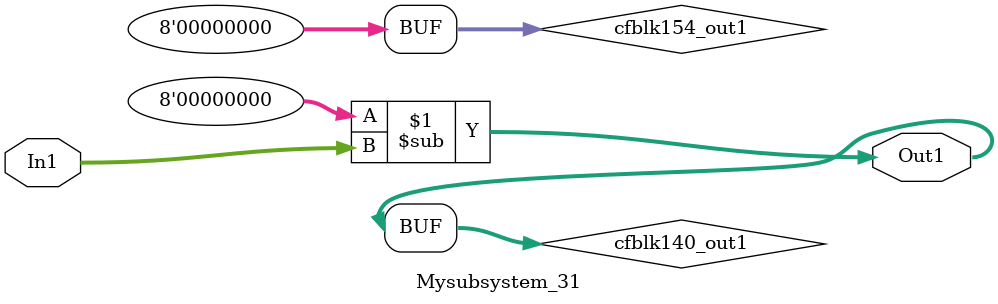
<source format=v>



`timescale 1 ns / 1 ns

module Mysubsystem_31
          (In1,
           Out1);


  input   [7:0] In1;  // uint8
  output  [7:0] Out1;  // uint8


  wire [7:0] cfblk154_out1;  // uint8
  wire [7:0] cfblk140_out1;  // uint8


  assign cfblk154_out1 = 8'b00000000;



  assign cfblk140_out1 = cfblk154_out1 - In1;



  assign Out1 = cfblk140_out1;

endmodule  // Mysubsystem_31


</source>
